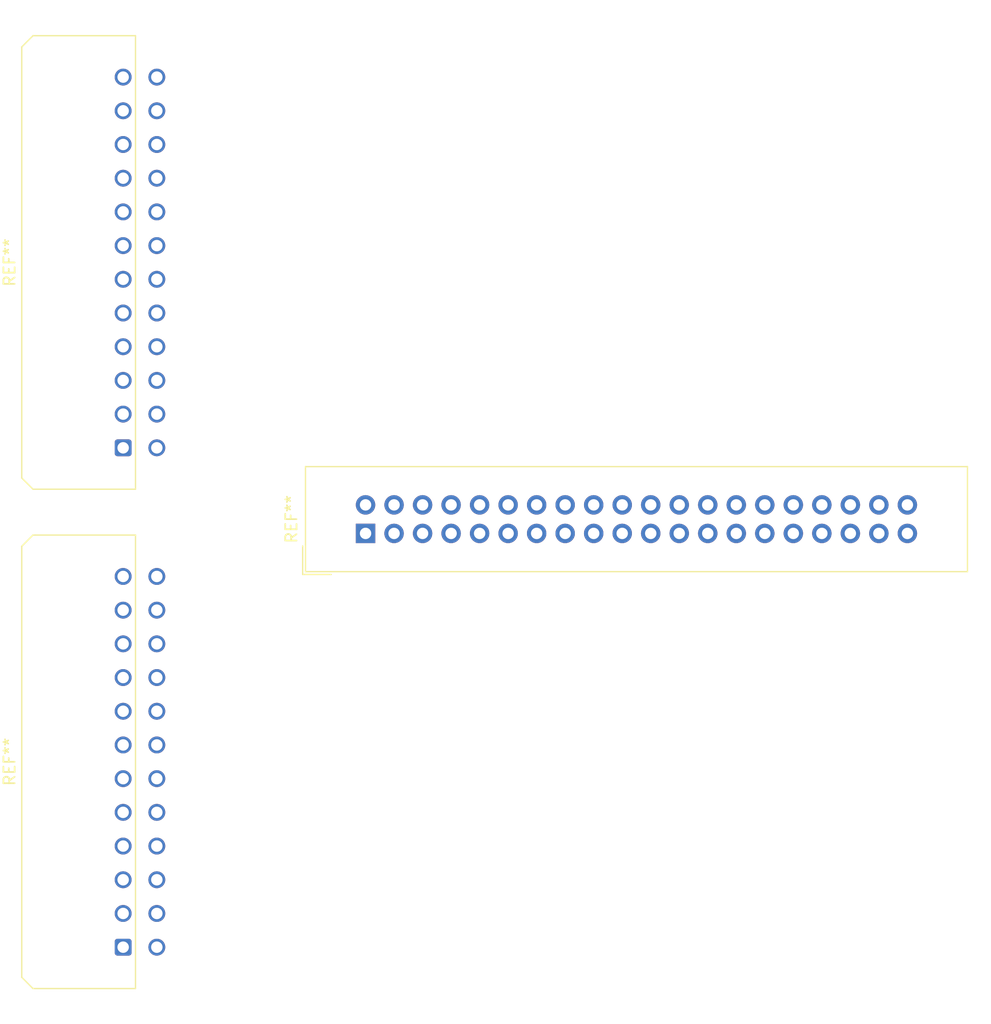
<source format=kicad_pcb>
(kicad_pcb (version 20171130) (host pcbnew "(5.1.4)-1")

  (general
    (thickness 1.6)
    (drawings 0)
    (tracks 0)
    (zones 0)
    (modules 3)
    (nets 1)
  )

  (page A4)
  (layers
    (0 F.Cu signal)
    (31 B.Cu signal)
    (32 B.Adhes user)
    (33 F.Adhes user)
    (34 B.Paste user)
    (35 F.Paste user)
    (36 B.SilkS user)
    (37 F.SilkS user)
    (38 B.Mask user)
    (39 F.Mask user)
    (40 Dwgs.User user)
    (41 Cmts.User user)
    (42 Eco1.User user)
    (43 Eco2.User user)
    (44 Edge.Cuts user)
    (45 Margin user)
    (46 B.CrtYd user)
    (47 F.CrtYd user)
    (48 B.Fab user)
    (49 F.Fab user)
  )

  (setup
    (last_trace_width 1)
    (user_trace_width 1)
    (trace_clearance 0.2)
    (zone_clearance 0.508)
    (zone_45_only no)
    (trace_min 0.2)
    (via_size 0.8)
    (via_drill 0.4)
    (via_min_size 0.4)
    (via_min_drill 0.3)
    (uvia_size 0.3)
    (uvia_drill 0.1)
    (uvias_allowed no)
    (uvia_min_size 0.2)
    (uvia_min_drill 0.1)
    (edge_width 0.05)
    (segment_width 0.2)
    (pcb_text_width 0.3)
    (pcb_text_size 1.5 1.5)
    (mod_edge_width 0.12)
    (mod_text_size 1 1)
    (mod_text_width 0.15)
    (pad_size 1.524 1.524)
    (pad_drill 0.762)
    (pad_to_mask_clearance 0.051)
    (solder_mask_min_width 0.25)
    (aux_axis_origin 0 0)
    (grid_origin 139.065 76.835)
    (visible_elements 7FFFFFFF)
    (pcbplotparams
      (layerselection 0x010fc_ffffffff)
      (usegerberextensions false)
      (usegerberattributes false)
      (usegerberadvancedattributes false)
      (creategerberjobfile false)
      (excludeedgelayer true)
      (linewidth 0.100000)
      (plotframeref false)
      (viasonmask false)
      (mode 1)
      (useauxorigin false)
      (hpglpennumber 1)
      (hpglpenspeed 20)
      (hpglpendiameter 15.000000)
      (psnegative false)
      (psa4output false)
      (plotreference true)
      (plotvalue true)
      (plotinvisibletext false)
      (padsonsilk false)
      (subtractmaskfromsilk false)
      (outputformat 1)
      (mirror false)
      (drillshape 1)
      (scaleselection 1)
      (outputdirectory ""))
  )

  (net 0 "")

  (net_class Default "This is the default net class."
    (clearance 0.2)
    (trace_width 0.25)
    (via_dia 0.8)
    (via_drill 0.4)
    (uvia_dia 0.3)
    (uvia_drill 0.1)
  )

  (net_class Biggest ""
    (clearance 0.2)
    (trace_width 0.7)
    (via_dia 0.8)
    (via_drill 0.4)
    (uvia_dia 0.3)
    (uvia_drill 0.1)
  )

  (module Connector_IDC:IDC-Header_2x20_P2.54mm_Vertical (layer F.Cu) (tedit 59DE12BE) (tstamp 5EE6F128)
    (at 139.7 73.025 90)
    (descr "Through hole straight IDC box header, 2x20, 2.54mm pitch, double rows")
    (tags "Through hole IDC box header THT 2x20 2.54mm double row")
    (fp_text reference REF** (at 1.27 -6.604 90) (layer F.SilkS)
      (effects (font (size 1 1) (thickness 0.15)))
    )
    (fp_text value IDC-Header_2x20_P2.54mm_Vertical (at 1.27 54.864 90) (layer F.Fab)
      (effects (font (size 1 1) (thickness 0.15)))
    )
    (fp_text user %R (at 1.27 24.13 90) (layer F.Fab)
      (effects (font (size 1 1) (thickness 0.15)))
    )
    (fp_line (start 5.695 -5.1) (end 5.695 53.36) (layer F.Fab) (width 0.1))
    (fp_line (start 5.145 -4.56) (end 5.145 52.8) (layer F.Fab) (width 0.1))
    (fp_line (start -3.155 -5.1) (end -3.155 53.36) (layer F.Fab) (width 0.1))
    (fp_line (start -2.605 -4.56) (end -2.605 21.88) (layer F.Fab) (width 0.1))
    (fp_line (start -2.605 26.38) (end -2.605 52.8) (layer F.Fab) (width 0.1))
    (fp_line (start -2.605 21.88) (end -3.155 21.88) (layer F.Fab) (width 0.1))
    (fp_line (start -2.605 26.38) (end -3.155 26.38) (layer F.Fab) (width 0.1))
    (fp_line (start 5.695 -5.1) (end -3.155 -5.1) (layer F.Fab) (width 0.1))
    (fp_line (start 5.145 -4.56) (end -2.605 -4.56) (layer F.Fab) (width 0.1))
    (fp_line (start 5.695 53.36) (end -3.155 53.36) (layer F.Fab) (width 0.1))
    (fp_line (start 5.145 52.8) (end -2.605 52.8) (layer F.Fab) (width 0.1))
    (fp_line (start 5.695 -5.1) (end 5.145 -4.56) (layer F.Fab) (width 0.1))
    (fp_line (start 5.695 53.36) (end 5.145 52.8) (layer F.Fab) (width 0.1))
    (fp_line (start -3.155 -5.1) (end -2.605 -4.56) (layer F.Fab) (width 0.1))
    (fp_line (start -3.155 53.36) (end -2.605 52.8) (layer F.Fab) (width 0.1))
    (fp_line (start 5.95 -5.35) (end 5.95 53.61) (layer F.CrtYd) (width 0.05))
    (fp_line (start 5.95 53.61) (end -3.41 53.61) (layer F.CrtYd) (width 0.05))
    (fp_line (start -3.41 53.61) (end -3.41 -5.35) (layer F.CrtYd) (width 0.05))
    (fp_line (start -3.41 -5.35) (end 5.95 -5.35) (layer F.CrtYd) (width 0.05))
    (fp_line (start 5.945 -5.35) (end 5.945 53.61) (layer F.SilkS) (width 0.12))
    (fp_line (start 5.945 53.61) (end -3.405 53.61) (layer F.SilkS) (width 0.12))
    (fp_line (start -3.405 53.61) (end -3.405 -5.35) (layer F.SilkS) (width 0.12))
    (fp_line (start -3.405 -5.35) (end 5.945 -5.35) (layer F.SilkS) (width 0.12))
    (fp_line (start -3.655 -5.6) (end -3.655 -3.06) (layer F.SilkS) (width 0.12))
    (fp_line (start -3.655 -5.6) (end -1.115 -5.6) (layer F.SilkS) (width 0.12))
    (pad 1 thru_hole rect (at 0 0 90) (size 1.7272 1.7272) (drill 1.016) (layers *.Cu *.Mask))
    (pad 2 thru_hole oval (at 2.54 0 90) (size 1.7272 1.7272) (drill 1.016) (layers *.Cu *.Mask))
    (pad 3 thru_hole oval (at 0 2.54 90) (size 1.7272 1.7272) (drill 1.016) (layers *.Cu *.Mask))
    (pad 4 thru_hole oval (at 2.54 2.54 90) (size 1.7272 1.7272) (drill 1.016) (layers *.Cu *.Mask))
    (pad 5 thru_hole oval (at 0 5.08 90) (size 1.7272 1.7272) (drill 1.016) (layers *.Cu *.Mask))
    (pad 6 thru_hole oval (at 2.54 5.08 90) (size 1.7272 1.7272) (drill 1.016) (layers *.Cu *.Mask))
    (pad 7 thru_hole oval (at 0 7.62 90) (size 1.7272 1.7272) (drill 1.016) (layers *.Cu *.Mask))
    (pad 8 thru_hole oval (at 2.54 7.62 90) (size 1.7272 1.7272) (drill 1.016) (layers *.Cu *.Mask))
    (pad 9 thru_hole oval (at 0 10.16 90) (size 1.7272 1.7272) (drill 1.016) (layers *.Cu *.Mask))
    (pad 10 thru_hole oval (at 2.54 10.16 90) (size 1.7272 1.7272) (drill 1.016) (layers *.Cu *.Mask))
    (pad 11 thru_hole oval (at 0 12.7 90) (size 1.7272 1.7272) (drill 1.016) (layers *.Cu *.Mask))
    (pad 12 thru_hole oval (at 2.54 12.7 90) (size 1.7272 1.7272) (drill 1.016) (layers *.Cu *.Mask))
    (pad 13 thru_hole oval (at 0 15.24 90) (size 1.7272 1.7272) (drill 1.016) (layers *.Cu *.Mask))
    (pad 14 thru_hole oval (at 2.54 15.24 90) (size 1.7272 1.7272) (drill 1.016) (layers *.Cu *.Mask))
    (pad 15 thru_hole oval (at 0 17.78 90) (size 1.7272 1.7272) (drill 1.016) (layers *.Cu *.Mask))
    (pad 16 thru_hole oval (at 2.54 17.78 90) (size 1.7272 1.7272) (drill 1.016) (layers *.Cu *.Mask))
    (pad 17 thru_hole oval (at 0 20.32 90) (size 1.7272 1.7272) (drill 1.016) (layers *.Cu *.Mask))
    (pad 18 thru_hole oval (at 2.54 20.32 90) (size 1.7272 1.7272) (drill 1.016) (layers *.Cu *.Mask))
    (pad 19 thru_hole oval (at 0 22.86 90) (size 1.7272 1.7272) (drill 1.016) (layers *.Cu *.Mask))
    (pad 20 thru_hole oval (at 2.54 22.86 90) (size 1.7272 1.7272) (drill 1.016) (layers *.Cu *.Mask))
    (pad 21 thru_hole oval (at 0 25.4 90) (size 1.7272 1.7272) (drill 1.016) (layers *.Cu *.Mask))
    (pad 22 thru_hole oval (at 2.54 25.4 90) (size 1.7272 1.7272) (drill 1.016) (layers *.Cu *.Mask))
    (pad 23 thru_hole oval (at 0 27.94 90) (size 1.7272 1.7272) (drill 1.016) (layers *.Cu *.Mask))
    (pad 24 thru_hole oval (at 2.54 27.94 90) (size 1.7272 1.7272) (drill 1.016) (layers *.Cu *.Mask))
    (pad 25 thru_hole oval (at 0 30.48 90) (size 1.7272 1.7272) (drill 1.016) (layers *.Cu *.Mask))
    (pad 26 thru_hole oval (at 2.54 30.48 90) (size 1.7272 1.7272) (drill 1.016) (layers *.Cu *.Mask))
    (pad 27 thru_hole oval (at 0 33.02 90) (size 1.7272 1.7272) (drill 1.016) (layers *.Cu *.Mask))
    (pad 28 thru_hole oval (at 2.54 33.02 90) (size 1.7272 1.7272) (drill 1.016) (layers *.Cu *.Mask))
    (pad 29 thru_hole oval (at 0 35.56 90) (size 1.7272 1.7272) (drill 1.016) (layers *.Cu *.Mask))
    (pad 30 thru_hole oval (at 2.54 35.56 90) (size 1.7272 1.7272) (drill 1.016) (layers *.Cu *.Mask))
    (pad 31 thru_hole oval (at 0 38.1 90) (size 1.7272 1.7272) (drill 1.016) (layers *.Cu *.Mask))
    (pad 32 thru_hole oval (at 2.54 38.1 90) (size 1.7272 1.7272) (drill 1.016) (layers *.Cu *.Mask))
    (pad 33 thru_hole oval (at 0 40.64 90) (size 1.7272 1.7272) (drill 1.016) (layers *.Cu *.Mask))
    (pad 34 thru_hole oval (at 2.54 40.64 90) (size 1.7272 1.7272) (drill 1.016) (layers *.Cu *.Mask))
    (pad 35 thru_hole oval (at 0 43.18 90) (size 1.7272 1.7272) (drill 1.016) (layers *.Cu *.Mask))
    (pad 36 thru_hole oval (at 2.54 43.18 90) (size 1.7272 1.7272) (drill 1.016) (layers *.Cu *.Mask))
    (pad 37 thru_hole oval (at 0 45.72 90) (size 1.7272 1.7272) (drill 1.016) (layers *.Cu *.Mask))
    (pad 38 thru_hole oval (at 2.54 45.72 90) (size 1.7272 1.7272) (drill 1.016) (layers *.Cu *.Mask))
    (pad 39 thru_hole oval (at 0 48.26 90) (size 1.7272 1.7272) (drill 1.016) (layers *.Cu *.Mask))
    (pad 40 thru_hole oval (at 2.54 48.26 90) (size 1.7272 1.7272) (drill 1.016) (layers *.Cu *.Mask))
    (model ${KISYS3DMOD}/Connector_IDC.3dshapes/IDC-Header_2x20_P2.54mm_Vertical.wrl
      (at (xyz 0 0 0))
      (scale (xyz 1 1 1))
      (rotate (xyz 0 0 0))
    )
  )

  (module Connector_Molex:Molex_Micro-Fit_3.0_43045-2400_2x12_P3.00mm_Horizontal (layer F.Cu) (tedit 5B799D96) (tstamp 5EE6EC3B)
    (at 118.11 109.855 90)
    (descr "Molex Micro-Fit 3.0 Connector System, 43045-2400 (compatible alternatives: 43045-2401, 43045-2402), 12 Pins per row (https://www.molex.com/pdm_docs/sd/430450200_sd.pdf), generated with kicad-footprint-generator")
    (tags "connector Molex Micro-Fit_3.0 top entry")
    (fp_text reference REF** (at 16.5 -10.12 90) (layer F.SilkS)
      (effects (font (size 1 1) (thickness 0.15)))
    )
    (fp_text value Molex_Micro-Fit_3.0_43045-2400_2x12_P3.00mm_Horizontal (at 16.5 5.7 90) (layer F.Fab)
      (effects (font (size 1 1) (thickness 0.15)))
    )
    (fp_text user %R (at 16.5 -8.22 90) (layer F.Fab)
      (effects (font (size 1 1) (thickness 0.15)))
    )
    (fp_line (start -1.25 1.49) (end -4.08 1.49) (layer F.CrtYd) (width 0.05))
    (fp_line (start -1.25 4.25) (end -1.25 1.49) (layer F.CrtYd) (width 0.05))
    (fp_line (start 34.25 4.25) (end -1.25 4.25) (layer F.CrtYd) (width 0.05))
    (fp_line (start 34.25 1.49) (end 34.25 4.25) (layer F.CrtYd) (width 0.05))
    (fp_line (start 37.07 1.49) (end 34.25 1.49) (layer F.CrtYd) (width 0.05))
    (fp_line (start 37.07 -9.42) (end 37.07 1.49) (layer F.CrtYd) (width 0.05))
    (fp_line (start -4.08 -9.42) (end 37.07 -9.42) (layer F.CrtYd) (width 0.05))
    (fp_line (start -4.08 1.49) (end -4.08 -9.42) (layer F.CrtYd) (width 0.05))
    (fp_line (start 36.685 1.1) (end -3.685 1.1) (layer F.SilkS) (width 0.12))
    (fp_line (start 36.685 -8.03) (end 36.685 1.1) (layer F.SilkS) (width 0.12))
    (fp_line (start 35.685 -9.03) (end 36.685 -8.03) (layer F.SilkS) (width 0.12))
    (fp_line (start -2.685 -9.03) (end 35.685 -9.03) (layer F.SilkS) (width 0.12))
    (fp_line (start -3.685 -8.03) (end -2.685 -9.03) (layer F.SilkS) (width 0.12))
    (fp_line (start -3.685 1.1) (end -3.685 -8.03) (layer F.SilkS) (width 0.12))
    (fp_line (start 0 0) (end 0.75 0.99) (layer F.Fab) (width 0.1))
    (fp_line (start -0.75 0.99) (end 0 0) (layer F.Fab) (width 0.1))
    (fp_line (start 36.575 0.99) (end -3.575 0.99) (layer F.Fab) (width 0.1))
    (fp_line (start 36.575 -7.92) (end 36.575 0.99) (layer F.Fab) (width 0.1))
    (fp_line (start 35.575 -8.92) (end 36.575 -7.92) (layer F.Fab) (width 0.1))
    (fp_line (start -2.575 -8.92) (end 35.575 -8.92) (layer F.Fab) (width 0.1))
    (fp_line (start -3.575 -7.92) (end -2.575 -8.92) (layer F.Fab) (width 0.1))
    (fp_line (start -3.575 0.99) (end -3.575 -7.92) (layer F.Fab) (width 0.1))
    (pad 24 thru_hole circle (at 33 3 90) (size 1.5 1.5) (drill 1.02) (layers *.Cu *.Mask))
    (pad 23 thru_hole circle (at 30 3 90) (size 1.5 1.5) (drill 1.02) (layers *.Cu *.Mask))
    (pad 22 thru_hole circle (at 27 3 90) (size 1.5 1.5) (drill 1.02) (layers *.Cu *.Mask))
    (pad 21 thru_hole circle (at 24 3 90) (size 1.5 1.5) (drill 1.02) (layers *.Cu *.Mask))
    (pad 20 thru_hole circle (at 21 3 90) (size 1.5 1.5) (drill 1.02) (layers *.Cu *.Mask))
    (pad 19 thru_hole circle (at 18 3 90) (size 1.5 1.5) (drill 1.02) (layers *.Cu *.Mask))
    (pad 18 thru_hole circle (at 15 3 90) (size 1.5 1.5) (drill 1.02) (layers *.Cu *.Mask))
    (pad 17 thru_hole circle (at 12 3 90) (size 1.5 1.5) (drill 1.02) (layers *.Cu *.Mask))
    (pad 16 thru_hole circle (at 9 3 90) (size 1.5 1.5) (drill 1.02) (layers *.Cu *.Mask))
    (pad 15 thru_hole circle (at 6 3 90) (size 1.5 1.5) (drill 1.02) (layers *.Cu *.Mask))
    (pad 14 thru_hole circle (at 3 3 90) (size 1.5 1.5) (drill 1.02) (layers *.Cu *.Mask))
    (pad 13 thru_hole circle (at 0 3 90) (size 1.5 1.5) (drill 1.02) (layers *.Cu *.Mask))
    (pad 12 thru_hole circle (at 33 0 90) (size 1.5 1.5) (drill 1.02) (layers *.Cu *.Mask))
    (pad 11 thru_hole circle (at 30 0 90) (size 1.5 1.5) (drill 1.02) (layers *.Cu *.Mask))
    (pad 10 thru_hole circle (at 27 0 90) (size 1.5 1.5) (drill 1.02) (layers *.Cu *.Mask))
    (pad 9 thru_hole circle (at 24 0 90) (size 1.5 1.5) (drill 1.02) (layers *.Cu *.Mask))
    (pad 8 thru_hole circle (at 21 0 90) (size 1.5 1.5) (drill 1.02) (layers *.Cu *.Mask))
    (pad 7 thru_hole circle (at 18 0 90) (size 1.5 1.5) (drill 1.02) (layers *.Cu *.Mask))
    (pad 6 thru_hole circle (at 15 0 90) (size 1.5 1.5) (drill 1.02) (layers *.Cu *.Mask))
    (pad 5 thru_hole circle (at 12 0 90) (size 1.5 1.5) (drill 1.02) (layers *.Cu *.Mask))
    (pad 4 thru_hole circle (at 9 0 90) (size 1.5 1.5) (drill 1.02) (layers *.Cu *.Mask))
    (pad 3 thru_hole circle (at 6 0 90) (size 1.5 1.5) (drill 1.02) (layers *.Cu *.Mask))
    (pad 2 thru_hole circle (at 3 0 90) (size 1.5 1.5) (drill 1.02) (layers *.Cu *.Mask))
    (pad 1 thru_hole roundrect (at 0 0 90) (size 1.5 1.5) (drill 1.02) (layers *.Cu *.Mask) (roundrect_rratio 0.166667))
    (pad "" np_thru_hole circle (at 30.84 -4.32 90) (size 3 3) (drill 3) (layers *.Cu *.Mask))
    (pad "" np_thru_hole circle (at 2.14 -4.32 90) (size 3 3) (drill 3) (layers *.Cu *.Mask))
    (model ${KISYS3DMOD}/Connector_Molex.3dshapes/Molex_Micro-Fit_3.0_43045-2400_2x12_P3.00mm_Horizontal.wrl
      (at (xyz 0 0 0))
      (scale (xyz 1 1 1))
      (rotate (xyz 0 0 0))
    )
  )

  (module Connector_Molex:Molex_Micro-Fit_3.0_43045-2400_2x12_P3.00mm_Horizontal (layer F.Cu) (tedit 5B799D96) (tstamp 5EE6EAC8)
    (at 118.11 65.405 90)
    (descr "Molex Micro-Fit 3.0 Connector System, 43045-2400 (compatible alternatives: 43045-2401, 43045-2402), 12 Pins per row (https://www.molex.com/pdm_docs/sd/430450200_sd.pdf), generated with kicad-footprint-generator")
    (tags "connector Molex Micro-Fit_3.0 top entry")
    (fp_text reference REF** (at 16.5 -10.12 90) (layer F.SilkS)
      (effects (font (size 1 1) (thickness 0.15)))
    )
    (fp_text value Molex_Micro-Fit_3.0_43045-2400_2x12_P3.00mm_Horizontal (at 16.5 5.7 90) (layer F.Fab)
      (effects (font (size 1 1) (thickness 0.15)))
    )
    (fp_text user %R (at 16.5 -8.22 90) (layer F.Fab)
      (effects (font (size 1 1) (thickness 0.15)))
    )
    (fp_line (start -1.25 1.49) (end -4.08 1.49) (layer F.CrtYd) (width 0.05))
    (fp_line (start -1.25 4.25) (end -1.25 1.49) (layer F.CrtYd) (width 0.05))
    (fp_line (start 34.25 4.25) (end -1.25 4.25) (layer F.CrtYd) (width 0.05))
    (fp_line (start 34.25 1.49) (end 34.25 4.25) (layer F.CrtYd) (width 0.05))
    (fp_line (start 37.07 1.49) (end 34.25 1.49) (layer F.CrtYd) (width 0.05))
    (fp_line (start 37.07 -9.42) (end 37.07 1.49) (layer F.CrtYd) (width 0.05))
    (fp_line (start -4.08 -9.42) (end 37.07 -9.42) (layer F.CrtYd) (width 0.05))
    (fp_line (start -4.08 1.49) (end -4.08 -9.42) (layer F.CrtYd) (width 0.05))
    (fp_line (start 36.685 1.1) (end -3.685 1.1) (layer F.SilkS) (width 0.12))
    (fp_line (start 36.685 -8.03) (end 36.685 1.1) (layer F.SilkS) (width 0.12))
    (fp_line (start 35.685 -9.03) (end 36.685 -8.03) (layer F.SilkS) (width 0.12))
    (fp_line (start -2.685 -9.03) (end 35.685 -9.03) (layer F.SilkS) (width 0.12))
    (fp_line (start -3.685 -8.03) (end -2.685 -9.03) (layer F.SilkS) (width 0.12))
    (fp_line (start -3.685 1.1) (end -3.685 -8.03) (layer F.SilkS) (width 0.12))
    (fp_line (start 0 0) (end 0.75 0.99) (layer F.Fab) (width 0.1))
    (fp_line (start -0.75 0.99) (end 0 0) (layer F.Fab) (width 0.1))
    (fp_line (start 36.575 0.99) (end -3.575 0.99) (layer F.Fab) (width 0.1))
    (fp_line (start 36.575 -7.92) (end 36.575 0.99) (layer F.Fab) (width 0.1))
    (fp_line (start 35.575 -8.92) (end 36.575 -7.92) (layer F.Fab) (width 0.1))
    (fp_line (start -2.575 -8.92) (end 35.575 -8.92) (layer F.Fab) (width 0.1))
    (fp_line (start -3.575 -7.92) (end -2.575 -8.92) (layer F.Fab) (width 0.1))
    (fp_line (start -3.575 0.99) (end -3.575 -7.92) (layer F.Fab) (width 0.1))
    (pad 24 thru_hole circle (at 33 3 90) (size 1.5 1.5) (drill 1.02) (layers *.Cu *.Mask))
    (pad 23 thru_hole circle (at 30 3 90) (size 1.5 1.5) (drill 1.02) (layers *.Cu *.Mask))
    (pad 22 thru_hole circle (at 27 3 90) (size 1.5 1.5) (drill 1.02) (layers *.Cu *.Mask))
    (pad 21 thru_hole circle (at 24 3 90) (size 1.5 1.5) (drill 1.02) (layers *.Cu *.Mask))
    (pad 20 thru_hole circle (at 21 3 90) (size 1.5 1.5) (drill 1.02) (layers *.Cu *.Mask))
    (pad 19 thru_hole circle (at 18 3 90) (size 1.5 1.5) (drill 1.02) (layers *.Cu *.Mask))
    (pad 18 thru_hole circle (at 15 3 90) (size 1.5 1.5) (drill 1.02) (layers *.Cu *.Mask))
    (pad 17 thru_hole circle (at 12 3 90) (size 1.5 1.5) (drill 1.02) (layers *.Cu *.Mask))
    (pad 16 thru_hole circle (at 9 3 90) (size 1.5 1.5) (drill 1.02) (layers *.Cu *.Mask))
    (pad 15 thru_hole circle (at 6 3 90) (size 1.5 1.5) (drill 1.02) (layers *.Cu *.Mask))
    (pad 14 thru_hole circle (at 3 3 90) (size 1.5 1.5) (drill 1.02) (layers *.Cu *.Mask))
    (pad 13 thru_hole circle (at 0 3 90) (size 1.5 1.5) (drill 1.02) (layers *.Cu *.Mask))
    (pad 12 thru_hole circle (at 33 0 90) (size 1.5 1.5) (drill 1.02) (layers *.Cu *.Mask))
    (pad 11 thru_hole circle (at 30 0 90) (size 1.5 1.5) (drill 1.02) (layers *.Cu *.Mask))
    (pad 10 thru_hole circle (at 27 0 90) (size 1.5 1.5) (drill 1.02) (layers *.Cu *.Mask))
    (pad 9 thru_hole circle (at 24 0 90) (size 1.5 1.5) (drill 1.02) (layers *.Cu *.Mask))
    (pad 8 thru_hole circle (at 21 0 90) (size 1.5 1.5) (drill 1.02) (layers *.Cu *.Mask))
    (pad 7 thru_hole circle (at 18 0 90) (size 1.5 1.5) (drill 1.02) (layers *.Cu *.Mask))
    (pad 6 thru_hole circle (at 15 0 90) (size 1.5 1.5) (drill 1.02) (layers *.Cu *.Mask))
    (pad 5 thru_hole circle (at 12 0 90) (size 1.5 1.5) (drill 1.02) (layers *.Cu *.Mask))
    (pad 4 thru_hole circle (at 9 0 90) (size 1.5 1.5) (drill 1.02) (layers *.Cu *.Mask))
    (pad 3 thru_hole circle (at 6 0 90) (size 1.5 1.5) (drill 1.02) (layers *.Cu *.Mask))
    (pad 2 thru_hole circle (at 3 0 90) (size 1.5 1.5) (drill 1.02) (layers *.Cu *.Mask))
    (pad 1 thru_hole roundrect (at 0 0 90) (size 1.5 1.5) (drill 1.02) (layers *.Cu *.Mask) (roundrect_rratio 0.166667))
    (pad "" np_thru_hole circle (at 30.84 -4.32 90) (size 3 3) (drill 3) (layers *.Cu *.Mask))
    (pad "" np_thru_hole circle (at 2.14 -4.32 90) (size 3 3) (drill 3) (layers *.Cu *.Mask))
    (model ${KISYS3DMOD}/Connector_Molex.3dshapes/Molex_Micro-Fit_3.0_43045-2400_2x12_P3.00mm_Horizontal.wrl
      (at (xyz 0 0 0))
      (scale (xyz 1 1 1))
      (rotate (xyz 0 0 0))
    )
  )

)

</source>
